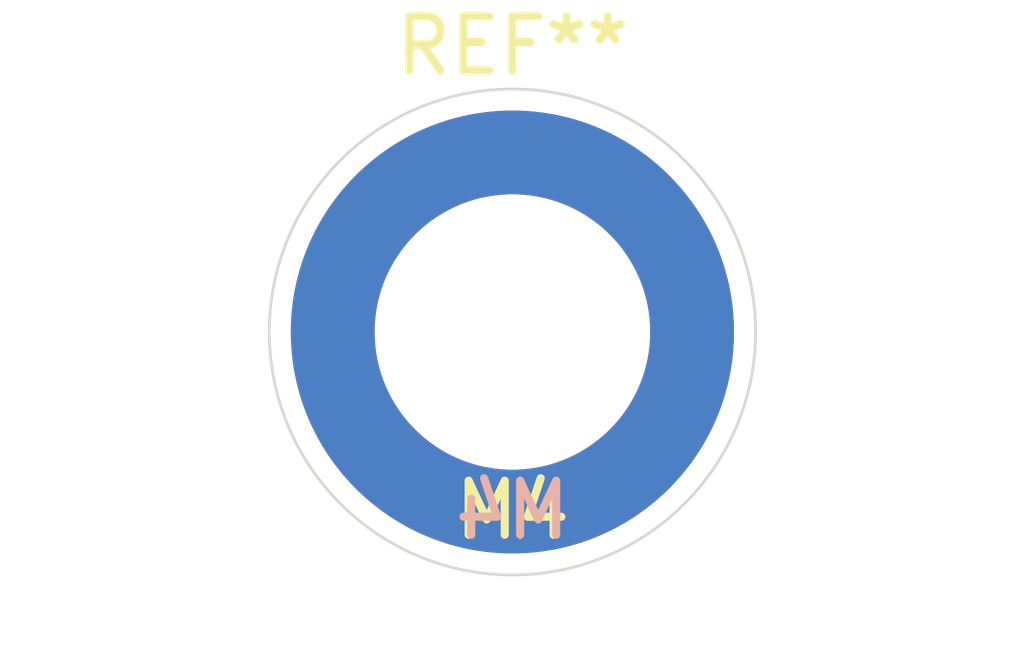
<source format=kicad_pcb>
(kicad_pcb (version 20171130) (host pcbnew "(5.1.12)-1")

  (general
    (thickness 1.6)
    (drawings 5)
    (tracks 0)
    (zones 0)
    (modules 1)
    (nets 1)
  )

  (page A4)
  (layers
    (0 F.Cu signal)
    (31 B.Cu signal)
    (32 B.Adhes user)
    (33 F.Adhes user)
    (34 B.Paste user)
    (35 F.Paste user)
    (36 B.SilkS user)
    (37 F.SilkS user)
    (38 B.Mask user)
    (39 F.Mask user)
    (40 Dwgs.User user)
    (41 Cmts.User user)
    (42 Eco1.User user)
    (43 Eco2.User user)
    (44 Edge.Cuts user)
    (45 Margin user)
    (46 B.CrtYd user)
    (47 F.CrtYd user)
    (48 B.Fab user)
    (49 F.Fab user)
  )

  (setup
    (last_trace_width 0.25)
    (trace_clearance 0.2)
    (zone_clearance 0.508)
    (zone_45_only no)
    (trace_min 0.2)
    (via_size 0.8)
    (via_drill 0.4)
    (via_min_size 0.4)
    (via_min_drill 0.3)
    (uvia_size 0.3)
    (uvia_drill 0.1)
    (uvias_allowed no)
    (uvia_min_size 0.2)
    (uvia_min_drill 0.1)
    (edge_width 0.05)
    (segment_width 0.2)
    (pcb_text_width 0.3)
    (pcb_text_size 1.5 1.5)
    (mod_edge_width 0.12)
    (mod_text_size 1 1)
    (mod_text_width 0.15)
    (pad_size 1.524 1.524)
    (pad_drill 0.762)
    (pad_to_mask_clearance 0)
    (aux_axis_origin 0 0)
    (visible_elements FFFFFF7F)
    (pcbplotparams
      (layerselection 0x010fc_ffffffff)
      (usegerberextensions false)
      (usegerberattributes true)
      (usegerberadvancedattributes true)
      (creategerberjobfile true)
      (excludeedgelayer true)
      (linewidth 0.100000)
      (plotframeref false)
      (viasonmask false)
      (mode 1)
      (useauxorigin false)
      (hpglpennumber 1)
      (hpglpenspeed 20)
      (hpglpendiameter 15.000000)
      (psnegative false)
      (psa4output false)
      (plotreference true)
      (plotvalue true)
      (plotinvisibletext false)
      (padsonsilk false)
      (subtractmaskfromsilk false)
      (outputformat 1)
      (mirror false)
      (drillshape 1)
      (scaleselection 1)
      (outputdirectory ""))
  )

  (net 0 "")

  (net_class Default "This is the default net class."
    (clearance 0.2)
    (trace_width 0.25)
    (via_dia 0.8)
    (via_drill 0.4)
    (uvia_dia 0.3)
    (uvia_drill 0.1)
  )

  (module MountingHole:MountingHole_4.3mm_M4 (layer F.Cu) (tedit 56D1B4CB) (tstamp 61E4F6BB)
    (at 43 80)
    (descr "Mounting Hole 4.3mm, no annular, M4")
    (tags "mounting hole 4.3mm no annular m4")
    (attr virtual)
    (fp_text reference REF** (at 0 -5.3) (layer F.SilkS)
      (effects (font (size 1 1) (thickness 0.15)))
    )
    (fp_text value MountingHole_4.3mm_M4 (at 0 5.3) (layer F.Fab)
      (effects (font (size 1 1) (thickness 0.15)))
    )
    (fp_text user %R (at 0.3 0) (layer F.Fab)
      (effects (font (size 1 1) (thickness 0.15)))
    )
    (fp_circle (center 0 0) (end 4.3 0) (layer Cmts.User) (width 0.15))
    (fp_circle (center 0 0) (end 4.55 0) (layer F.CrtYd) (width 0.05))
    (pad 1 np_thru_hole circle (at 0 0) (size 4.3 4.3) (drill 4.3) (layers *.Cu *.Mask))
  )

  (gr_circle (center 43 80) (end 46.325 80) (layer B.Cu) (width 1.55) (tstamp 61E4F6FC))
  (gr_circle (center 43 80) (end 46.325 80) (layer F.Cu) (width 1.55))
  (gr_text M4 (at 43 83.3) (layer F.SilkS) (tstamp 61E4F6D0)
    (effects (font (size 1 1) (thickness 0.15)))
  )
  (gr_text M4 (at 43 83.3) (layer B.SilkS) (tstamp 61E497EC)
    (effects (font (size 1 1) (thickness 0.15)) (justify mirror))
  )
  (gr_circle (center 43 80) (end 47.5 80) (layer Edge.Cuts) (width 0.05))

)

</source>
